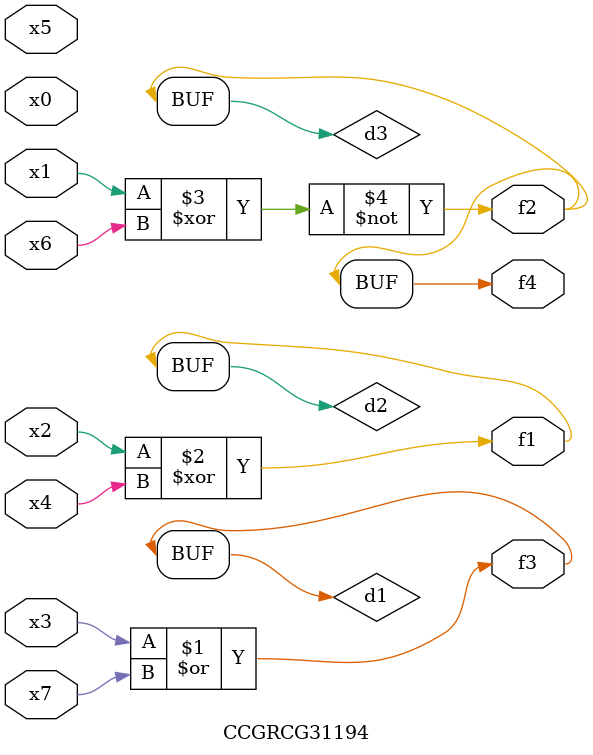
<source format=v>
module CCGRCG31194(
	input x0, x1, x2, x3, x4, x5, x6, x7,
	output f1, f2, f3, f4
);

	wire d1, d2, d3;

	or (d1, x3, x7);
	xor (d2, x2, x4);
	xnor (d3, x1, x6);
	assign f1 = d2;
	assign f2 = d3;
	assign f3 = d1;
	assign f4 = d3;
endmodule

</source>
